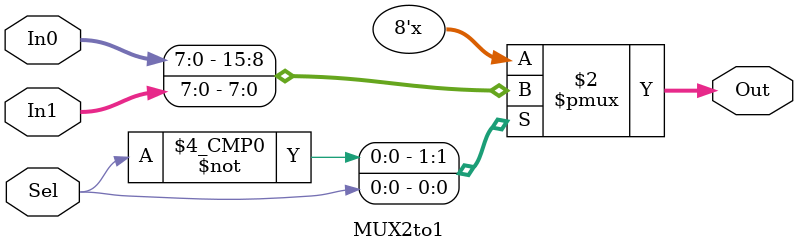
<source format=sv>
`timescale 1ns / 1ps


module MUX6to1(
    input [7:0] In0, In1, In2, In3, In4, In5, //8-bit inputs 
    input [3:0] Sel, //selector signal
    output logic [7:0] Out //8-bit output
    );
    always_comb
        case (Sel) // 6->1 multiplexor
            0: Out <= In0; 
            1: Out <= In1; 
            2: Out <= In2;
            3: Out <= In3;
            4: Out <= In4;
            5: Out <= In5;
            default: Out <= In0; 
        endcase
endmodule

module MUX5to1(
    input [7:0] In0, In1, In2, In3, In4, //8-bit inputs
    input [2:0] Sel, //selector signal
    output logic [7:0] Out //8-bit output
    );
    always_comb
        case (Sel) // 5->1 multiplexor
            0: Out <= In0; 
            1: Out <= In1; 
            2: Out <= In2;
            3: Out <= In3;
            4: Out <= In4;
            default: Out <= In0; 
        endcase
endmodule

module MUX4to1
    #(parameter DATA_SIZE = 8)
    (   input [DATA_SIZE - 1:0] In0, In1, In2, In3, //8-bit inputs 
        input [1:0] Sel, //selector signal
        output logic [DATA_SIZE - 1:0] Out //8-bit output
    );
    always_comb
        case (Sel) // 4->1 multiplexor
            0: Out <= In0; 
            1: Out <= In1; 
            2: Out <= In2;
            3: Out <= In3;
            default: Out <= In0; 
        endcase
endmodule

module MUX3to1(
    input [7:0] In0, In1, In2, //8-bit inputs 
    input [1:0] Sel, //selector signal
    output logic [7:0] Out //8-bit output
    );
    always_comb
        case (Sel) // 3->1 multiplexor
            0: Out <= In0; 
            1: Out <= In1; 
            2: Out <= In2;
            default: Out <= In0; 
        endcase
endmodule

module MUX2to1(
    input [7:0] In0, In1, //8-bit inputs 
    input Sel, //selector signal
    output logic [7:0] Out //8-bit output
    );
    always_comb
        case (Sel) // 2->1 multiplexor
            0: Out <= In0; 
            1: Out <= In1;           
            default: Out <= In0; 
        endcase
endmodule

</source>
